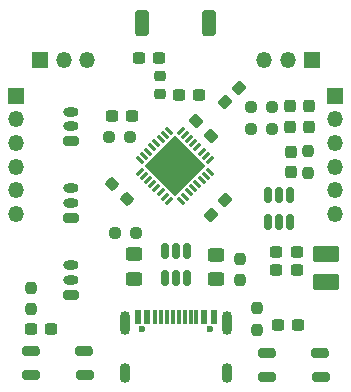
<source format=gts>
G04 #@! TF.GenerationSoftware,KiCad,Pcbnew,8.0.8-8.0.8-0~ubuntu24.04.1*
G04 #@! TF.CreationDate,2025-01-27T21:39:09+01:00*
G04 #@! TF.ProjectId,KICad_Files,4b494361-645f-4466-996c-65732e6b6963,1*
G04 #@! TF.SameCoordinates,Original*
G04 #@! TF.FileFunction,Soldermask,Top*
G04 #@! TF.FilePolarity,Negative*
%FSLAX46Y46*%
G04 Gerber Fmt 4.6, Leading zero omitted, Abs format (unit mm)*
G04 Created by KiCad (PCBNEW 8.0.8-8.0.8-0~ubuntu24.04.1) date 2025-01-27 21:39:09*
%MOMM*%
%LPD*%
G01*
G04 APERTURE LIST*
G04 Aperture macros list*
%AMRoundRect*
0 Rectangle with rounded corners*
0 $1 Rounding radius*
0 $2 $3 $4 $5 $6 $7 $8 $9 X,Y pos of 4 corners*
0 Add a 4 corners polygon primitive as box body*
4,1,4,$2,$3,$4,$5,$6,$7,$8,$9,$2,$3,0*
0 Add four circle primitives for the rounded corners*
1,1,$1+$1,$2,$3*
1,1,$1+$1,$4,$5*
1,1,$1+$1,$6,$7*
1,1,$1+$1,$8,$9*
0 Add four rect primitives between the rounded corners*
20,1,$1+$1,$2,$3,$4,$5,0*
20,1,$1+$1,$4,$5,$6,$7,0*
20,1,$1+$1,$6,$7,$8,$9,0*
20,1,$1+$1,$8,$9,$2,$3,0*%
%AMRotRect*
0 Rectangle, with rotation*
0 The origin of the aperture is its center*
0 $1 length*
0 $2 width*
0 $3 Rotation angle, in degrees counterclockwise*
0 Add horizontal line*
21,1,$1,$2,0,0,$3*%
G04 Aperture macros list end*
%ADD10RoundRect,0.237500X-0.237500X0.250000X-0.237500X-0.250000X0.237500X-0.250000X0.237500X0.250000X0*%
%ADD11RoundRect,0.237500X-0.300000X-0.237500X0.300000X-0.237500X0.300000X0.237500X-0.300000X0.237500X0*%
%ADD12R,1.350000X1.350000*%
%ADD13O,1.350000X1.350000*%
%ADD14RoundRect,0.237500X0.300000X0.237500X-0.300000X0.237500X-0.300000X-0.237500X0.300000X-0.237500X0*%
%ADD15RoundRect,0.237500X-0.250000X-0.237500X0.250000X-0.237500X0.250000X0.237500X-0.250000X0.237500X0*%
%ADD16RoundRect,0.237500X-0.044194X-0.380070X0.380070X0.044194X0.044194X0.380070X-0.380070X-0.044194X0*%
%ADD17RoundRect,0.237500X0.237500X-0.300000X0.237500X0.300000X-0.237500X0.300000X-0.237500X-0.300000X0*%
%ADD18RoundRect,0.200000X0.450000X-0.200000X0.450000X0.200000X-0.450000X0.200000X-0.450000X-0.200000X0*%
%ADD19O,1.300000X0.800000*%
%ADD20RoundRect,0.237500X0.237500X-0.250000X0.237500X0.250000X-0.237500X0.250000X-0.237500X-0.250000X0*%
%ADD21C,0.600000*%
%ADD22R,0.600000X1.160000*%
%ADD23R,0.300000X1.160000*%
%ADD24O,0.900000X2.000000*%
%ADD25O,0.900000X1.700000*%
%ADD26RoundRect,0.250001X0.849999X-0.462499X0.849999X0.462499X-0.849999X0.462499X-0.849999X-0.462499X0*%
%ADD27RoundRect,0.150000X-0.150000X0.512500X-0.150000X-0.512500X0.150000X-0.512500X0.150000X0.512500X0*%
%ADD28RoundRect,0.250000X0.350000X0.850000X-0.350000X0.850000X-0.350000X-0.850000X0.350000X-0.850000X0*%
%ADD29RoundRect,0.237500X0.250000X0.237500X-0.250000X0.237500X-0.250000X-0.237500X0.250000X-0.237500X0*%
%ADD30RoundRect,0.200000X0.550000X-0.200000X0.550000X0.200000X-0.550000X0.200000X-0.550000X-0.200000X0*%
%ADD31RoundRect,0.200000X0.525000X-0.200000X0.525000X0.200000X-0.525000X0.200000X-0.525000X-0.200000X0*%
%ADD32RoundRect,0.218750X0.256250X-0.218750X0.256250X0.218750X-0.256250X0.218750X-0.256250X-0.218750X0*%
%ADD33RoundRect,0.250000X0.450000X-0.325000X0.450000X0.325000X-0.450000X0.325000X-0.450000X-0.325000X0*%
%ADD34RoundRect,0.237500X-0.344715X0.008839X0.008839X-0.344715X0.344715X-0.008839X-0.008839X0.344715X0*%
%ADD35RoundRect,0.237500X-0.380070X0.044194X0.044194X-0.380070X0.380070X-0.044194X-0.044194X0.380070X0*%
%ADD36RoundRect,0.062500X-0.282843X0.194454X0.194454X-0.282843X0.282843X-0.194454X-0.194454X0.282843X0*%
%ADD37RoundRect,0.062500X-0.282843X-0.194454X-0.194454X-0.282843X0.282843X0.194454X0.194454X0.282843X0*%
%ADD38RotRect,3.700000X3.700000X315.000000*%
%ADD39RoundRect,0.237500X-0.237500X0.300000X-0.237500X-0.300000X0.237500X-0.300000X0.237500X0.300000X0*%
G04 APERTURE END LIST*
D10*
X94500001Y-105137501D03*
X94500001Y-106962501D03*
D11*
X115437501Y-108300001D03*
X117162501Y-108300001D03*
D12*
X120300001Y-88900001D03*
D13*
X120300001Y-90900001D03*
X120300001Y-92900001D03*
X120300001Y-94900001D03*
X120300001Y-96900001D03*
X120300001Y-98900001D03*
D14*
X105400001Y-85700001D03*
X103675001Y-85700001D03*
D15*
X101612501Y-100525001D03*
X103437501Y-100525001D03*
D11*
X94512501Y-108625001D03*
X96237501Y-108625001D03*
D16*
X110965121Y-89434881D03*
X112184881Y-88215121D03*
D17*
X116525001Y-95387501D03*
X116525001Y-93662501D03*
D18*
X97950001Y-105750001D03*
D19*
X97950001Y-104500001D03*
X97950001Y-103250001D03*
D12*
X95300001Y-85900001D03*
D13*
X97300001Y-85900001D03*
X99300001Y-85900001D03*
D20*
X113700001Y-108712501D03*
X113700001Y-106887501D03*
D21*
X103910001Y-108650001D03*
X109690001Y-108650001D03*
D22*
X103600001Y-107590001D03*
X104400001Y-107590001D03*
D23*
X105550001Y-107590001D03*
X106550001Y-107590001D03*
X107050001Y-107590001D03*
X108050001Y-107590001D03*
D22*
X109200001Y-107590001D03*
X110000001Y-107590001D03*
X110000001Y-107590001D03*
X109200001Y-107590001D03*
D23*
X108550001Y-107590001D03*
X107550001Y-107590001D03*
X106050001Y-107590001D03*
X105050001Y-107590001D03*
D22*
X104400001Y-107590001D03*
X103600001Y-107590001D03*
D24*
X102480001Y-108170001D03*
D25*
X102480001Y-112340001D03*
D24*
X111120001Y-108170001D03*
D25*
X111120001Y-112340001D03*
D12*
X118300001Y-85900001D03*
D13*
X116300001Y-85900001D03*
X114300001Y-85900001D03*
D18*
X97950001Y-99250001D03*
D19*
X97950001Y-98000001D03*
X97950001Y-96750001D03*
D26*
X119500001Y-104662501D03*
X119500001Y-102337501D03*
D10*
X118000001Y-93612501D03*
X118000001Y-95437501D03*
D27*
X116500001Y-97300001D03*
X115550001Y-97300001D03*
X114600001Y-97300001D03*
X114600001Y-99575001D03*
X115550001Y-99575001D03*
X116500001Y-99575001D03*
D28*
X109650001Y-82700001D03*
X103950001Y-82700001D03*
D12*
X93300001Y-88900001D03*
D13*
X93300001Y-90900001D03*
X93300001Y-92900001D03*
X93300001Y-94900001D03*
X93300001Y-96900001D03*
X93300001Y-98900001D03*
D15*
X101137501Y-92425001D03*
X102962501Y-92425001D03*
D29*
X114962501Y-91675001D03*
X113137501Y-91675001D03*
D30*
X114500001Y-112750001D03*
X119100001Y-112750001D03*
D31*
X114525001Y-110650001D03*
X119050001Y-110650001D03*
D32*
X105500001Y-88787501D03*
X105500001Y-87212501D03*
D29*
X114962501Y-89875001D03*
X113137501Y-89875001D03*
D33*
X103250001Y-104375001D03*
X103250001Y-102325001D03*
D27*
X107750001Y-102062501D03*
X106800001Y-102062501D03*
X105850001Y-102062501D03*
X105850001Y-104337501D03*
X106800001Y-104337501D03*
X107750001Y-104337501D03*
D18*
X97950001Y-92750001D03*
D19*
X97950001Y-91500001D03*
X97950001Y-90250001D03*
D16*
X109765121Y-98959881D03*
X110984881Y-97740121D03*
D14*
X103112502Y-90650001D03*
X101387500Y-90650001D03*
D33*
X110200001Y-104400001D03*
X110200001Y-102350001D03*
D34*
X101379766Y-96379766D03*
X102670236Y-97670236D03*
D35*
X108540121Y-91065121D03*
X109759881Y-92284881D03*
D10*
X112200001Y-102687501D03*
X112200001Y-104512501D03*
D11*
X107037501Y-88800001D03*
X108762501Y-88800001D03*
D36*
X106226317Y-91851444D03*
X105872764Y-92204997D03*
X105519210Y-92558550D03*
X105165657Y-92912104D03*
X104812104Y-93265657D03*
X104458550Y-93619210D03*
X104104997Y-93972764D03*
X103751444Y-94326317D03*
D37*
X103751444Y-95316267D03*
X104104997Y-95669820D03*
X104458550Y-96023374D03*
X104812104Y-96376927D03*
X105165657Y-96730480D03*
X105519210Y-97084034D03*
X105872764Y-97437587D03*
X106226317Y-97791140D03*
D36*
X107216267Y-97791140D03*
X107569820Y-97437587D03*
X107923374Y-97084034D03*
X108276927Y-96730480D03*
X108630480Y-96376927D03*
X108984034Y-96023374D03*
X109337587Y-95669820D03*
X109691140Y-95316267D03*
D37*
X109691140Y-94326317D03*
X109337587Y-93972764D03*
X108984034Y-93619210D03*
X108630480Y-93265657D03*
X108276927Y-92912104D03*
X107923374Y-92558550D03*
X107569820Y-92204997D03*
X107216267Y-91851444D03*
D38*
X106721292Y-94821292D03*
D39*
X116450001Y-89787501D03*
X116450001Y-91512501D03*
D14*
X117037501Y-102150001D03*
X115312501Y-102150001D03*
X117037501Y-103625001D03*
X115312501Y-103625001D03*
D39*
X118050001Y-89787501D03*
X118050001Y-91512501D03*
D30*
X94500001Y-112575001D03*
X99100001Y-112575001D03*
D31*
X94525001Y-110475001D03*
X99050001Y-110475001D03*
M02*

</source>
